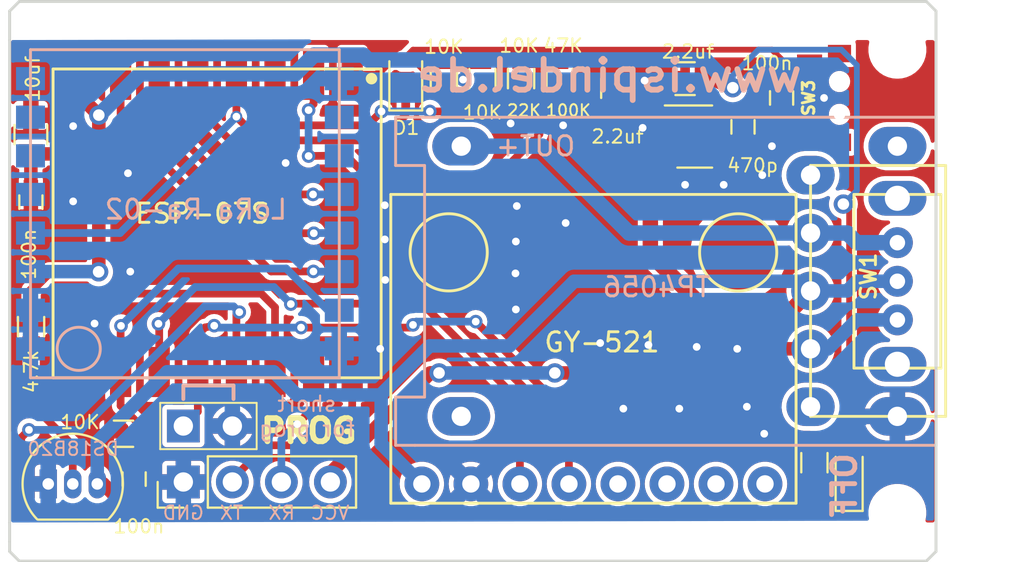
<source format=kicad_pcb>
(kicad_pcb (version 20221018) (generator pcbnew)
  (layers (0 "F.Cu" signal) (31 "B.Cu" signal) (34 "B.Paste" user) (35 "F.Paste" user) (36 "B.SilkS" user "B.Silkscreen") (37 "F.SilkS" user "F.Silkscreen") (38 "B.Mask" user) (39 "F.Mask" user) (44 "Edge.Cuts" user))
  (net 0 "")
  (net 1 "GND")
  (net 2 "Net-(C2-Pad1)")
  (net 3 "+3V3")
  (net 4 "/SDA")
  (net 5 "/SCL")
  (net 6 "VCC")
  (net 7 "Net-(R1-Pad2)")
  (net 8 "/Temp")
  (net 9 "/EN")
  (net 10 "/NSS")
  (net 11 "/RES")
  (net 12 "/MOSI")
  (net 13 "/MISO")
  (net 14 "/SCK")
  (net 15 "Net-(J2-Pad2)")
  (net 16 "Net-(J2-Pad3)")
  (net 17 "/VCC_PROG")
  (net 18 "Net-(SW1-Pad3)")
  (net 19 "Net-(C6-Pad1)")
  (net 20 "Net-(D2-Pad2)")
  (net 21 "/LED")
  (footprint "KiCadCustomLibs:GY-521" (layer "F.Cu") (at 155.75 82)
    (fp_text reference "U2" hide)
    (fp_text value "GY-521" (at 0.44 -0.34) (layer "F.SilkS"))
    (pad "1" thru_hole circle (at -8.89 7) (size 1.8 1.8) (drill 0.9) (layers "*.Cu" "*.Mask") (net 6 "VCC"))
    (pad "2" thru_hole circle (at -6.35 7) (size 1.8 1.8) (drill 0.9) (layers "*.Cu" "*.Mask") (net 1 "GND"))
    (pad "3" thru_hole circle (at -3.81 7) (size 1.8 1.8) (drill 0.9) (layers "*.Cu" "*.Mask") (net 5 "/SCL"))
    (pad "4" thru_hole circle (at -1.27 7) (size 1.8 1.8) (drill 0.9) (layers "*.Cu" "*.Mask") (net 4 "/SDA"))
    (pad "5" thru_hole circle (at 3.81 7) (size 1.8 1.8) (drill 0.9) (layers "*.Cu" "*.Mask"))
    (pad "6" thru_hole circle (at 1.27 7) (size 1.8 1.8) (drill 0.9) (layers "*.Cu" "*.Mask"))
    (pad "7" thru_hole circle (at 6.35 7) (size 1.8 1.8) (drill 0.9) (layers "*.Cu" "*.Mask"))
    (pad "8" thru_hole circle (at 8.89 7) (size 1.8 1.8) (drill 0.9) (layers "*.Cu" "*.Mask"))
  )
  (footprint "Capacitors_SMD:C_0805" (layer "F.Cu") (at 157 68.5 90)
    (fp_text reference "C1" hide)
    (fp_text value "2.2uf" (at -2.5 0 180) (layer "F.SilkS") (effects (font (size 0.7 0.7) (thickness 0.1))))
    (pad "1" smd rect (at -1 0 90) (size 1 1.25) (layers "F.Cu" "F.Paste" "F.Mask") (net 6 "VCC"))
    (pad "2" smd rect (at 1 0 90) (size 1 1.25) (layers "F.Cu" "F.Paste" "F.Mask") (net 1 "GND"))
  )
  (footprint "Capacitors_SMD:C_0603" (layer "F.Cu") (at 163.5 70.5 90)
    (fp_text reference "C2" hide)
    (fp_text value "470p" (at -2 0.5 180) (layer "F.SilkS") (effects (font (size 0.7 0.7) (thickness 0.1))))
    (pad "1" smd rect (at -0.75 0 90) (size 0.8 0.75) (layers "F.Cu" "F.Paste" "F.Mask") (net 2 "Net-(C2-Pad1)"))
    (pad "2" smd rect (at 0.75 0 90) (size 0.8 0.75) (layers "F.Cu" "F.Paste" "F.Mask") (net 1 "GND"))
  )
  (footprint "Capacitors_SMD:C_0805" (layer "F.Cu") (at 160.5 68 180)
    (fp_text reference "C3" hide)
    (fp_text value "2.2uf" (at -0.15 1.4 180) (layer "F.SilkS") (effects (font (size 0.7 0.7) (thickness 0.1))))
    (pad "1" smd rect (at -1 0 180) (size 1 1.25) (layers "F.Cu" "F.Paste" "F.Mask") (net 3 "+3V3"))
    (pad "2" smd rect (at 1 0 180) (size 1 1.25) (layers "F.Cu" "F.Paste" "F.Mask") (net 1 "GND"))
  )
  (footprint "Resistors_SMD:R_0603" (layer "F.Cu") (at 154 68 90)
    (fp_text reference "R1" hide)
    (fp_text value "47K" (at 1.706 0.178 180) (layer "F.SilkS") (effects (font (size 0.7 0.7) (thickness 0.1))))
    (pad "1" smd rect (at -0.75 0 90) (size 0.5 0.9) (layers "F.Cu" "F.Paste" "F.Mask") (net 6 "VCC"))
    (pad "2" smd rect (at 0.75 0 90) (size 0.5 0.9) (layers "F.Cu" "F.Paste" "F.Mask") (net 7 "Net-(R1-Pad2)"))
  )
  (footprint "Resistors_SMD:R_0603" (layer "F.Cu") (at 126.61 80.85 -90)
    (fp_text reference "R2" hide)
    (fp_text value "4.7k" (at 2.33 -0.01 270) (layer "F.SilkS") (effects (font (size 0.7 0.7) (thickness 0.1))))
    (pad "1" smd rect (at -0.75 0 270) (size 0.5 0.9) (layers "F.Cu" "F.Paste" "F.Mask") (net 3 "+3V3"))
    (pad "2" smd rect (at 0.75 0 270) (size 0.5 0.9) (layers "F.Cu" "F.Paste" "F.Mask") (net 8 "/Temp"))
  )
  (footprint "Resistors_SMD:R_0603" (layer "F.Cu") (at 152 68 -90)
    (fp_text reference "R3" hide)
    (fp_text value "10K" (at -1.706 0.108) (layer "F.SilkS") (effects (font (size 0.7 0.7) (thickness 0.1))))
    (pad "1" smd rect (at -0.75 0 270) (size 0.5 0.9) (layers "F.Cu" "F.Paste" "F.Mask") (net 7 "Net-(R1-Pad2)"))
    (pad "2" smd rect (at 0.75 0 270) (size 0.5 0.9) (layers "F.Cu" "F.Paste" "F.Mask") (net 1 "GND"))
  )
  (footprint "TO_SOT_Packages_SMD:SOT-23-5" (layer "F.Cu") (at 161 71)
    (fp_text reference "U1" hide)
    (fp_text value "MIC5219-3.3" hide)
    (pad "1" smd rect (at -1.1 -0.95) (size 1.06 0.65) (layers "F.Cu" "F.Paste" "F.Mask") (net 6 "VCC"))
    (pad "2" smd rect (at -1.1 0) (size 1.06 0.65) (layers "F.Cu" "F.Paste" "F.Mask") (net 1 "GND"))
    (pad "3" smd rect (at -1.1 0.95) (size 1.06 0.65) (layers "F.Cu" "F.Paste" "F.Mask") (net 6 "VCC"))
    (pad "4" smd rect (at 1.1 0.95) (size 1.06 0.65) (layers "F.Cu" "F.Paste" "F.Mask") (net 2 "Net-(C2-Pad1)"))
    (pad "5" smd rect (at 1.1 -0.95) (size 1.06 0.65) (layers "F.Cu" "F.Paste" "F.Mask") (net 3 "+3V3"))
  )
  (footprint "TO_SOT_Packages_THT:TO-92_Inline_Narrow_Oval" (layer "F.Cu") (at 127.5 89)
    (fp_text reference "U4" hide)
    (fp_text value "DS18B20" hide)
    (pad "1" thru_hole rect (at 0 0 180) (size 0.9 1.5) (drill 0.6) (layers "*.Cu" "*.Mask") (net 1 "GND"))
    (pad "2" thru_hole oval (at 1.27 0 180) (size 0.9 1.5) (drill 0.6) (layers "*.Cu" "*.Mask") (net 8 "/Temp"))
    (pad "3" thru_hole oval (at 2.54 0 180) (size 0.9 1.5) (drill 0.6) (layers "*.Cu" "*.Mask") (net 6 "VCC"))
  )
  (footprint "Capacitors_SMD:C_0603" (layer "F.Cu") (at 126.6 74.4 -90)
    (fp_text reference "C4" hide)
    (fp_text value "100n" (at 2.7 0.1 270) (layer "F.SilkS") (effects (font (size 0.7 0.7) (thickness 0.1))))
    (pad "1" smd rect (at -0.75 0 270) (size 0.8 0.75) (layers "F.Cu" "F.Paste" "F.Mask") (net 3 "+3V3"))
    (pad "2" smd rect (at 0.75 0 270) (size 0.8 0.75) (layers "F.Cu" "F.Paste" "F.Mask") (net 1 "GND"))
  )
  (footprint "Capacitors_SMD:C_0805" (layer "F.Cu") (at 126.6 70.9 90)
    (fp_text reference "C5" hide)
    (fp_text value "10uf" (at 2.9 0.1 90) (layer "F.SilkS") (effects (font (size 0.7 0.7) (thickness 0.1))))
    (pad "1" smd rect (at -1 0 90) (size 1 1.25) (layers "F.Cu" "F.Paste" "F.Mask") (net 3 "+3V3"))
    (pad "2" smd rect (at 1 0 90) (size 1 1.25) (layers "F.Cu" "F.Paste" "F.Mask") (net 1 "GND"))
  )
  (footprint "Pin_Headers:Pin_Header_Straight_1x02_Pitch2.54mm" (layer "F.Cu") (at 134.5 86 90)
    (fp_text reference "J1" hide)
    (fp_text value "PROG" (at -0.25 6.5 180) (layer "F.SilkS") (effects (font (size 1.2 1.2) (thickness 0.3))))
    (pad "1" thru_hole rect (at 0 0 90) (size 1.7 1.7) (drill 1) (layers "*.Cu" "*.Mask") (net 4 "/SDA"))
    (pad "2" thru_hole oval (at 0 2.54 90) (size 1.7 1.7) (drill 1) (layers "*.Cu" "*.Mask") (net 1 "GND"))
  )
  (footprint "Resistors_SMD:R_0603" (layer "F.Cu") (at 150 68 90)
    (fp_text reference "R4" hide)
    (fp_text value "10K" (at -1.75 0 180) (layer "F.SilkS") (effects (font (size 0.7 0.7) (thickness 0.1))))
    (pad "1" smd rect (at -0.75 0 90) (size 0.5 0.9) (layers "F.Cu" "F.Paste" "F.Mask") (net 9 "/EN"))
    (pad "2" smd rect (at 0.75 0 90) (size 0.5 0.9) (layers "F.Cu" "F.Paste" "F.Mask") (net 3 "+3V3"))
  )
  (footprint "Resistors_SMD:R_0603" (layer "F.Cu") (at 148 68 -90)
    (fp_text reference "R5" hide)
    (fp_text value "10K" (at -1.65 0) (layer "F.SilkS") (effects (font (size 0.7 0.7) (thickness 0.1))))
    (pad "1" smd rect (at -0.75 0 270) (size 0.5 0.9) (layers "F.Cu" "F.Paste" "F.Mask") (net 3 "+3V3"))
    (pad "2" smd rect (at 0.75 0 270) (size 0.5 0.9) (layers "F.Cu" "F.Paste" "F.Mask") (net 19 "Net-(C6-Pad1)"))
  )
  (footprint "Resistors_SMD:R_0603" (layer "F.Cu") (at 131.4 86.4)
    (fp_text reference "R6" hide)
    (fp_text value "10K" (at -2.25 -0.6) (layer "F.SilkS") (effects (font (size 0.7 0.7) (thickness 0.1))))
    (pad "1" smd rect (at -0.75 0) (size 0.5 0.9) (layers "F.Cu" "F.Paste" "F.Mask") (net 1 "GND"))
    (pad "2" smd rect (at 0.75 0) (size 0.5 0.9) (layers "F.Cu" "F.Paste" "F.Mask") (net 10 "/NSS"))
  )
  (footprint "ESP-07S" (layer "F.Cu") (at 136.25 75.5 -90)
    (fp_text reference "U6" hide)
    (fp_text value "ESP-07S" (at -0.51 0.77) (layer "F.SilkS"))
    (pad "1" smd rect (at -7.7 -7 270) (size 2.6 1.1) (layers "F.Cu" "F.Paste" "F.Mask") (net 19 "Net-(C6-Pad1)"))
    (pad "2" smd rect (at -7.7 -5 270) (size 2.6 1.1) (layers "F.Cu" "F.Paste" "F.Mask") (net 7 "Net-(R1-Pad2)"))
    (pad "3" smd rect (at -7.7 -3 270) (size 2.6 1.1) (layers "F.Cu" "F.Paste" "F.Mask") (net 9 "/EN"))
    (pad "4" smd rect (at -7.7 -1 270) (size 2.6 1.1) (layers "F.Cu" "F.Paste" "F.Mask") (net 11 "/RES"))
    (pad "5" smd rect (at -7.7 1 270) (size 2.6 1.1) (layers "F.Cu" "F.Paste" "F.Mask") (net 14 "/SCK"))
    (pad "6" smd rect (at -7.7 3 270) (size 2.6 1.1) (layers "F.Cu" "F.Paste" "F.Mask") (net 13 "/MISO"))
    (pad "7" smd rect (at -7.7 5 270) (size 2.6 1.1) (layers "F.Cu" "F.Paste" "F.Mask") (net 12 "/MOSI"))
    (pad "8" smd rect (at -7.7 7 270) (size 2.6 1.1) (layers "F.Cu" "F.Paste" "F.Mask") (net 3 "+3V3"))
    (pad "9" smd rect (at 7.7 7 270) (size 2.6 1.1) (layers "F.Cu" "F.Paste" "F.Mask") (net 1 "GND"))
    (pad "10" smd rect (at 7.7 5 270) (size 2.6 1.1) (layers "F.Cu" "F.Paste" "F.Mask") (net 10 "/NSS"))
    (pad "11" smd rect (at 7.7 3 270) (size 2.6 1.1) (layers "F.Cu" "F.Paste" "F.Mask") (net 5 "/SCL"))
    (pad "12" smd rect (at 7.7 1 270) (size 2.6 1.1) (layers "F.Cu" "F.Paste" "F.Mask") (net 4 "/SDA"))
    (pad "13" smd rect (at 7.7 -1 270) (size 2.6 1.1) (layers "F.Cu" "F.Paste" "F.Mask") (net 21 "/LED"))
    (pad "14" smd rect (at 7.7 -3 270) (size 2.6 1.1) (layers "F.Cu" "F.Paste" "F.Mask") (net 8 "/Temp"))
    (pad "15" smd rect (at 7.7 -5 270) (size 2.6 1.1) (layers "F.Cu" "F.Paste" "F.Mask") (net 16 "Net-(J2-Pad3)"))
    (pad "16" smd rect (at 7.7 -7 270) (size 2.6 1.1) (layers "F.Cu" "F.Paste" "F.Mask") (net 15 "Net-(J2-Pad2)"))
  )
  (footprint "Pin_Headers:Pin_Header_Straight_1x04_Pitch2.54mm" (layer "F.Cu") (at 134.5 88.9 90)
    (fp_text reference "J2" hide)
    (fp_text value "PROG_con" hide)
    (pad "1" thru_hole rect (at 0 0 90) (size 1.7 1.7) (drill 1) (layers "*.Cu" "*.Mask") (net 1 "GND"))
    (pad "2" thru_hole oval (at 0 2.54 90) (size 1.7 1.7) (drill 1) (layers "*.Cu" "*.Mask") (net 15 "Net-(J2-Pad2)"))
    (pad "3" thru_hole oval (at 0 5.08 90) (size 1.7 1.7) (drill 1) (layers "*.Cu" "*.Mask") (net 16 "Net-(J2-Pad3)"))
    (pad "4" thru_hole oval (at 0 7.62 90) (size 1.7 1.7) (drill 1) (layers "*.Cu" "*.Mask") (net 17 "/VCC_PROG"))
  )
  (footprint "Diodes_SMD:D_SOD-323" (layer "F.Cu") (at 146.025 68.15 90)
    (fp_text reference "D1" hide)
    (fp_text value "Schottky" hide)
    (fp_text user "${REFERENCE}" (at -2.4 0.025 180) (layer "F.SilkS") (effects (font (size 0.7 0.7) (thickness 0.1))))
    (pad "1" smd rect (at -1.05 0 90) (size 0.6 0.45) (layers "F.Cu" "F.Paste" "F.Mask") (net 11 "/RES"))
    (pad "2" smd rect (at 1.05 0 90) (size 0.6 0.45) (layers "F.Cu" "F.Paste" "F.Mask") (net 19 "Net-(C6-Pad1)"))
  )
  (footprint "KiCadCustomLibs:SK12D07VG3" (layer "F.Cu") (at 171.5 78.5 90)
    (fp_text reference "SW1" (at 0.25 -1.5 90) (layer "F.SilkS") (effects (font (size 0.8 0.8))))
    (fp_text value "SW_SPDT" hide)
    (pad "" thru_hole oval (at -4.3 0 90) (size 1.8 3) (drill 1.3) (layers "*.Cu" "*.Mask"))
    (pad "" thru_hole oval (at 4.3 0 90) (size 1.8 3) (drill 1.3) (layers "*.Cu" "*.Mask"))
    (pad "1" thru_hole circle (at -2 0 90) (size 1.6 1.6) (drill 0.8) (layers "*.Cu" "*.Mask") (net 17 "/VCC_PROG"))
    (pad "2" thru_hole circle (at 0 0 90) (size 1.6 1.6) (drill 0.8) (layers "*.Cu" "*.Mask") (net 6 "VCC"))
    (pad "3" thru_hole circle (at 2 0 90) (size 1.6 1.6) (drill 0.8) (layers "*.Cu" "*.Mask") (net 18 "Net-(SW1-Pad3)"))
  )
  (footprint "Mounting_Holes:MountingHole_3.2mm_M3" (layer "F.Cu") (at 171.5 66.5)
    (fp_text reference "REF**" hide)
    (fp_text value "MountingHole_3.2mm_M3" hide)
    (pad "" np_thru_hole circle (at 0 0) (size 2.5 2.5) (drill 2.5) (layers "*.Cu" "*.Mask"))
  )
  (footprint "Mounting_Holes:MountingHole_3.2mm_M3" (layer "F.Cu") (at 171.5 90.5)
    (fp_text reference "REF**" hide)
    (fp_text value "MountingHole_3.2mm_M3" hide)
    (pad "" np_thru_hole circle (at 0 0) (size 2.5 2.5) (drill 2.5) (layers "*.Cu" "*.Mask"))
  )
  (footprint "Mounting_Holes:MountingHole_3.2mm_M3" (layer "F.Cu") (at 148.27 76.99)
    (fp_text reference "REF**" hide)
    (fp_text value "MountingHole_3.2mm_M3" hide)
    (pad "1" connect circle (at 0 0) (size 4 4) (layers "F.Cu" "F.Mask"))
  )
  (footprint "Mounting_Holes:MountingHole_3.2mm_M3" (layer "F.Cu") (at 163.28 77.01)
    (fp_text reference "REF**" hide)
    (fp_text value "MountingHole_3.2mm_M3" hide)
    (pad "1" connect circle (at 0 0) (size 4 4) (layers "F.Cu" "F.Mask"))
  )
  (footprint "KiCadCustomLibs:SS-12F23" (layer "F.Cu") (at 167 79 -90)
    (fp_text reference "SW2" hide)
    (fp_text value "SW_SPDT")
    (pad "" thru_hole oval (at -6 0 270) (size 2 2.5) (drill 1) (layers "*.Cu" "*.Mask"))
    (pad "" thru_hole oval (at 6 0 270) (size 2 2.5) (drill 1) (layers "*.Cu" "*.Mask"))
    (pad "1" thru_hole circle (at 3 0 270) (size 2 2) (drill 1) (layers "*.Cu" "*.Mask") (net 17 "/VCC_PROG"))
    (pad "2" thru_hole circle (at 0 0 270) (size 2 2) (drill 1) (layers "*.Cu" "*.Mask") (net 6 "VCC"))
    (pad "3" thru_hole circle (at -3 0 270) (size 2 2) (drill 1) (layers "*.Cu" "*.Mask") (net 18 "Net-(SW1-Pad3)"))
  )
  (footprint "Capacitors_SMD:C_0603" (layer "F.Cu") (at 165.5 69 -90)
    (fp_text reference "C6" hide)
    (fp_text value "100n" (at -1.8 0.75 180) (layer "F.SilkS") (effects (font (size 0.7 0.7) (thickness 0.1))))
    (pad "1" smd rect (at -0.75 0 270) (size 0.8 0.75) (layers "F.Cu" "F.Paste" "F.Mask") (net 19 "Net-(C6-Pad1)"))
    (pad "2" smd rect (at 0.75 0 270) (size 0.8 0.75) (layers "F.Cu" "F.Paste" "F.Mask") (net 1 "GND"))
  )
  (footprint "KiCadCustomLibs:Button_TS-018" (layer "F.Cu") (at 168.5 69 -90)
    (fp_text reference "SW3" (at 0 1.6 270) (layer "F.SilkS") (effects (font (size 0.6 0.6))))
    (fp_text value "SW_Push" hide)
    (pad "" smd rect (at -2.3 0 270) (size 0.9 1.2) (layers "F.Cu" "F.Paste" "F.Mask"))
    (pad "" np_thru_hole circle (at -0.85 0 270) (size 0.6 0.6) (drill 0.6) (layers "*.Cu" "*.Mask"))
    (pad "" np_thru_hole circle (at 0.85 0 270) (size 0.6 0.6) (drill 0.6) (layers "*.Cu" "*.Mask"))
    (pad "" smd rect (at 2.3 0 270) (size 0.9 1.2) (layers "F.Cu" "F.Paste" "F.Mask"))
    (pad "1" smd rect (at -1.675 1.55 270) (size 1.15 1.3) (layers "F.Cu" "F.Paste" "F.Mask") (net 19 "Net-(C6-Pad1)"))
    (pad "2" smd rect (at 1.675 1.55 270) (size 1.15 1.3) (layers "F.Cu" "F.Paste" "F.Mask") (net 1 "GND"))
  )
  (footprint "LEDs:LED_0805" (layer "F.Cu") (at 169 88.6 90)
    (fp_text reference "D2" hide)
    (fp_text value "LED" hide)
    (pad "1" smd rect (at -1.1 0 270) (size 1.2 1.2) (layers "F.Cu" "F.Paste" "F.Mask") (net 21 "/LED"))
    (pad "2" smd rect (at 1.1 0 270) (size 1.2 1.2) (layers "F.Cu" "F.Paste" "F.Mask") (net 20 "Net-(D2-Pad2)"))
  )
  (footprint "Resistors_SMD:R_0603" (layer "F.Cu") (at 167.2 87.9 -90)
    (fp_text reference "R7" hide)
    (fp_text value "4.7k" hide)
    (pad "1" smd rect (at -0.75 0 270) (size 0.5 0.9) (layers "F.Cu" "F.Paste" "F.Mask") (net 3 "+3V3"))
    (pad "2" smd rect (at 0.75 0 270) (size 0.5 0.9) (layers "F.Cu" "F.Paste" "F.Mask") (net 20 "Net-(D2-Pad2)"))
  )
  (footprint "Capacitors_SMD:C_0603" (layer "F.Cu") (at 131.95 88.75 90)
    (fp_text reference "C7" hide)
    (fp_text value "100n" (at -2.45 0.25 180) (layer "F.SilkS") (effects (font (size 0.7 0.7) (thickness 0.1))))
    (pad "1" smd rect (at -0.75 0 90) (size 0.8 0.75) (layers "F.Cu" "F.Paste" "F.Mask") (net 6 "VCC"))
    (pad "2" smd rect (at 0.75 0 90) (size 0.8 0.75) (layers "F.Cu" "F.Paste" "F.Mask") (net 1 "GND"))
  )
  (footprint "TP4056-shield-6PIN" (layer "B.Cu") (at 160 78.5 180)
    (fp_text reference "U3" hide)
    (fp_text value "TP4056-shield-6PIN" hide)
    (pad "1" thru_hole oval (at -11.5 7 180) (size 3 2) (drill 1) (layers "*.Cu" "*.Mask"))
    (pad "2" thru_hole oval (at -11.5 -7 180) (size 3 2) (drill 1) (layers "*.Cu" "*.Mask") (net 1 "GND"))
    (pad "3" thru_hole oval (at 11.1 7 180) (size 3 2) (drill 1) (layers "*.Cu" "*.Mask") (net 18 "Net-(SW1-Pad3)"))
    (pad "4" thru_hole oval (at 11.1 -7 180) (size 3 2) (drill 1) (layers "*.Cu" "B.Mask"))
  )
  (footprint "KiCadCustomLibs:LoRa_Ra-02" (layer "B.Cu") (at 134.58 75)
    (fp_text reference "U5" hide)
    (fp_text value "LoRa_Ra-02")
    (pad "1" smd rect (at -8 7) (size 1.5 1.2) (layers "B.Cu" "B.Paste" "B.Mask") (net 1 "GND"))
    (pad "2" smd rect (at -8 5) (size 1.5 1.2) (layers "B.Cu" "B.Paste" "B.Mask") (net 1 "GND"))
    (pad "3" smd rect (at -8 3) (size 1.5 1.2) (layers "B.Cu" "B.Paste" "B.Mask") (net 3 "+3V3"))
    (pad "4" smd rect (at -8 1) (size 1.5 1.2) (layers "B.Cu" "B.Paste" "B.Mask") (net 11 "/RES"))
    (pad "5" smd rect (at -8 -1) (size 1.5 1.2) (layers "B.Cu" "B.Paste" "B.Mask"))
    (pad "6" smd rect (at -8 -3) (size 1.5 1.2) (layers "B.Cu" "B.Paste" "B.Mask"))
    (pad "7" smd rect (at -8 -5) (size 1.5 1.2) (layers "B.Cu" "B.Paste" "B.Mask"))
    (pad "8" smd rect (at -8 -7) (size 1.5 1.2) (layers "B.Cu" "B.Paste" "B.Mask"))
    (pad "9" smd rect (at 8 -7) (size 1.5 1.2) (layers "B.Cu" "B.Paste" "B.Mask") (net 1 "GND"))
    (pad "10" smd rect (at 8 -5) (size 1.5 1.2) (layers "B.Cu" "B.Paste" "B.Mask"))
    (pad "11" smd rect (at 8 -3) (size 1.5 1.2) (layers "B.Cu" "B.Paste" "B.Mask"))
    (pad "12" smd rect (at 8 -1) (size 1.5 1.2) (layers "B.Cu" "B.Paste" "B.Mask") (net 14 "/SCK"))
    (pad "13" smd rect (at 8 1) (size 1.5 1.2) (layers "B.Cu" "B.Paste" "B.Mask") (net 13 "/MISO"))
    (pad "14" smd rect (at 8 3) (size 1.5 1.2) (layers "B.Cu" "B.Paste" "B.Mask") (net 12 "/MOSI"))
    (pad "15" smd rect (at 8 5) (size 1.5 1.2) (layers "B.Cu" "B.Paste" "B.Mask") (net 10 "/NSS"))
    (pad "16" smd rect (at 8 7) (size 1.5 1.2) (layers "B.Cu" "B.Paste" "B.Mask") (net 1 "GND"))
  )
  (gr_line (start 134.5 84.6) (end 134.5 83.9) (stroke (width 0.2)) (layer "B.SilkS"))
  (gr_line (start 137.1 83.9) (end 137.1 84.6) (stroke (width 0.2)) (layer "B.SilkS"))
  (gr_line (start 134.5 83.9) (end 137.1 83.9) (stroke (width 0.2)) (layer "B.SilkS"))
  (gr_line (start 173.5 66) (end 173.5 91) (stroke (width 0.15)) (layer "Edge.Cuts"))
  (gr_line (start 173.5 92.5) (end 173.5 91) (stroke (width 0.15)) (layer "Edge.Cuts"))
  (gr_line (start 125.5 91) (end 125.5 92) (stroke (width 0.15)) (layer "Edge.Cuts"))
  (gr_line (start 125.5 92.5) (end 126 93) (stroke (width 0.15)) (layer "Edge.Cuts"))
  (gr_line (start 125.5 66) (end 125.5 91) (stroke (width 0.15)) (layer "Edge.Cuts"))
  (gr_line (start 173 93) (end 173.5 92.5) (stroke (width 0.15)) (layer "Edge.Cuts"))
  (gr_line (start 125.5 64.5) (end 126 64) (stroke (width 0.15)) (layer "Edge.Cuts"))
  (gr_line (start 126 93) (end 173 93) (stroke (width 0.15)) (layer "Edge.Cuts"))
  (gr_line (start 126 64) (end 173 64) (stroke (width 0.15)) (layer "Edge.Cuts"))
  (gr_line (start 125.5 92) (end 125.5 92.5) (stroke (width 0.15)) (layer "Edge.Cuts"))
  (gr_line (start 173.5 64.5) (end 173.5 66) (stroke (width 0.15)) (layer "Edge.Cuts"))
  (gr_line (start 173 64) (end 173.5 64.5) (stroke (width 0.15)) (layer "Edge.Cuts"))
  (gr_line (start 125.5 66) (end 125.5 64.5) (stroke (width 0.15)) (layer "Edge.Cuts"))
  (gr_text "RX" (at 139.6 90.5) (layer "B.SilkS") (effects (font (size 0.7 0.7) (thickness 0.1)) (justify mirror)))
  (gr_text "TX" (at 137 90.5) (layer "B.SilkS") (effects (font (size 0.7 0.7) (thickness 0.1)) (justify mirror)))
  (gr_text "DS18B20" (at 128.79 87.18) (layer "B.SilkS") (effects (font (size 0.7 0.7) (thickness 0.1)) (justify mirror)))
  (gr_text "OUT+" (at 152.75 71.5) (layer "B.SilkS") (effects (font (size 1 1)) (justify mirror)))
  (gr_text "LoRa Ra-02" (at 135.15 74.78) (layer "B.SilkS") (effects (font (size 1 1)) (justify mirror)))
  (gr_text "www.ispindel.de" (at 156.57 67.85) (layer "B.SilkS") (effects (font (size 1.6 1.7) (thickness 0.3)) (justify mirror)))
  (gr_text "short\nfor prog" (at 140.9 85.5) (layer "B.SilkS") (effects (font (size 0.8 0.8) (thickness 0.11)) (justify mirror)))
  (gr_text "GND" (at 134.5 90.5) (layer "B.SilkS") (effects (font (size 0.7 0.7) (thickness 0.1)) (justify mirror)))
  (gr_text "TP4056" (at 159.025 78.8) (layer "B.SilkS") (effects (font (size 1 1)) (justify mirror)))
  (gr_text "OFF" (at 168.75 89.1 90) (layer "B.SilkS") (effects (font (size 1.2 1.2) (thickness 0.25)) (justify mirror)))
  (gr_text "VCC" (at 142.1 90.5) (layer "B.SilkS") (effects (font (size 0.7 0.7) (thickness 0.1)) (justify mirror)))
  (gr_text "100K" (at 154.45 69.65) (layer "F.SilkS") (effects (font (size 0.6 0.6) (thickness 0.1))))
  (gr_text "22K" (at 152.15 69.65) (layer "F.SilkS") (effects (font (size 0.6 0.6) (thickness 0.1))))
  (segment (start 128.23 69.9) (end 128.79 70.46) (width 0.4) (layer "F.Cu") (net 1))
  (segment (start 128.79 74.36) (end 128 75.15) (width 0.4) (layer "F.Cu") (net 1))
  (segment (start 128 75.15) (end 126.6 75.15) (width 0.4) (layer "F.Cu") (net 1))
  (segment (start 151.46 70.32) (end 152 69.56) (width 0.4) (layer "F.Cu") (net 1))
  (segment (start 152 69.56) (end 152 68.75) (width 0.4) (layer "F.Cu") (net 1))
  (segment (start 129.25 81.34) (end 129.9 80.69) (width 0.5) (layer "F.Cu") (net 1))
  (segment (start 144.96 78.43) (end 144.94 78.41) (width 0.5) (layer "F.Cu") (net 1))
  (segment (start 144.94 78.41) (end 144.94 76.33) (width 0.5) (layer "F.Cu") (net 1))
  (segment (start 131.75 78) (end 131.72 78.03) (width 0.5) (layer "F.Cu") (net 1))
  (segment (start 131.72 78.03) (end 131.72 78.06) (width 0.5) (layer "F.Cu") (net 1))
  (segment (start 143.77 74.56) (end 142.22 73.01) (width 0.5) (layer "F.Cu") (net 1))
  (segment (start 142.22 73.01) (end 140.44 73.01) (width 0.5) (layer "F.Cu") (net 1))
  (segment (start 140.44 73.01) (end 139.8 72.37) (width 0.5) (layer "F.Cu") (net 1))
  (segment (start 158.35 70.5) (end 158.3 70.55) (width 0.5) (layer "F.Cu") (net 1))
  (segment (start 151.78 74.6) (end 151.73 74.65) (width 0.4) (layer "F.Cu") (net 1))
  (segment (start 151.73 74.65) (end 151.73 76.44) (width 0.4) (layer "F.Cu") (net 1))
  (segment (start 151.71 78.09) (end 151.73 78.11) (width 0.4) (layer "F.Cu") (net 1))
  (segment (start 151.73 79.96) (end 151.73 78.11) (width 0.4) (layer "F.Cu") (net 1))
  (segment (start 154.18 75.35) (end 154.31 75.48) (width 0.4) (layer "F.Cu") (net 1))
  (segment (start 160.2 85.1) (end 157.3 85.1) (width 0.8) (layer "F.Cu") (net 1))
  (segment (start 156.1 81.7) (end 156.2 81.8) (width 0.8) (layer "F.Cu") (net 1))
  (segment (start 156.2 81.8) (end 158.6 81.8) (width 0.8) (layer "F.Cu") (net 1))
  (segment (start 161.1 81.9) (end 161.2 82) (width 0.8) (layer "F.Cu") (net 1))
  (segment (start 163.2 82) (end 161.2 82) (width 0.8) (layer "F.Cu") (net 1))
  (segment (start 164.25 69.75) (end 164.5 70) (width 0.4) (layer "F.Cu") (net 1))
  (segment (start 164.5 70) (end 164.5 71) (width 0.4) (layer "F.Cu") (net 1))
  (segment (start 164.5 71) (end 165 71.5) (width 0.4) (layer "F.Cu") (net 1))
  (segment (start 164.5 73) (end 164 73.5) (width 0.4) (layer "F.Cu") (net 1))
  (segment (start 164 73.5) (end 162.5 73.5) (width 0.4) (layer "F.Cu") (net 1))
  (segment (start 158.35 70.55) (end 158.8 71) (width 0.3) (layer "F.Cu") (net 1))
  (segment (start 158.8 71) (end 159.9 71) (width 0.3) (layer "F.Cu") (net 1))
  (segment (start 158.5 68) (end 158.4 68.1) (width 0.3) (layer "F.Cu") (net 1))
  (segment (start 164.6 86.4) (end 163.7 85.5) (width 0.3) (layer "F.Cu") (net 1))
  (segment (start 163.7 85.5) (end 163.7 85) (width 0.3) (layer "F.Cu") (net 1))
  (segment (start 166.95 69.75) (end 167.7 69) (width 0.3) (layer "F.Cu") (net 1))
  (segment (start 126.6 69.9) (end 128.23 69.9) (width 0.4) (layer "F.Cu") (net 1))
  (segment (start 163.7 85) (end 164 85) (width 0.3) (layer "F.Cu") (net 1))
  (segment (start 166.95 70.675) (end 166.95 69.75) (width 0.3) (layer "F.Cu") (net 1))
  (segment (start 159.5 68) (end 158.5 68) (width 0.3) (layer "F.Cu") (net 1))
  (segment (start 144.94 74.56) (end 143.77 74.56) (width 0.5) (layer "F.Cu") (net 1))
  (segment (start 163.5 69.75) (end 164.25 69.75) (width 0.4) (layer "F.Cu") (net 1))
  (segment (start 154.18 70.42) (end 154.18 75.35) (width 0.4) (layer "F.Cu") (net 1))
  (segment (start 129.25 83.2) (end 129.25 81.34) (width 0.5) (layer "F.Cu") (net 1))
  (segment (start 158.3 70.55) (end 158.35 70.55) (width 0.3) (layer "F.Cu") (net 1))
  (via (at 144.94 74.56) (size 0.7) (drill 0.4) (layers "F.Cu" "B.Cu") (net 1))
  (via (at 161.1 81.9) (size 0.7) (drill 0.4) (layers "F.Cu" "B.Cu") (net 1))
  (via (at 163.2 82) (size 0.7) (drill 0.4) (layers "F.Cu" "B.Cu") (net 1))
  (via (at 144.96 78.43) (size 0.7) (drill 0.4) (layers "F.Cu" "B.Cu") (net 1))
  (via (at 158.4 68.1) (size 0.7) (drill 0.4) (layers "F.Cu" "B.Cu") (net 1))
  (via (at 131.63 72.9) (size 0.7) (drill 0.4) (layers "F.Cu" "B.Cu") (net 1))
  (via (at 160.5 73.5) (size 0.7) (drill 0.4) (layers "F.Cu" "B.Cu") (net 1))
  (via (at 154.31 75.48) (size 0.7) (drill 0.4) (layers "F.Cu" "B.Cu") (net 1))
  (via (at 164.6 86.4) (size 0.7) (drill 0.4) (layers "F.Cu" "B.Cu") (net 1))
  (via (at 157.3 85.1) (size 0.7) (drill 0.4) (layers "F.Cu" "B.Cu") (net 1))
  (via (at 151.78 74.6) (size 0.7) (drill 0.4) (layers "F.Cu" "B.Cu") (net 1))
  (via (at 151.73 76.44) (size 0.7) (drill 0.4) (layers "F.Cu" "B.Cu") (net 1))
  (via (at 154.18 70.42) (size 0.7) (drill 0.4) (layers "F.Cu" "B.Cu") (net 1))
  (via (at 151.73 79.96) (size 0.7) (drill 0.4) (layers "F.Cu" "B.Cu") (net 1))
  (via (at 128.79 70.46) (size 0.7) (drill 0.4) (layers "F.Cu" "B.Cu") (net 1))
  (via (at 163.7 85) (size 0.7) (drill 0.4) (layers "F.Cu" "B.Cu") (net 1))
  (via (at 129.9 80.69) (size 0.7) (drill 0.4) (layers "F.Cu" "B.Cu") (net 1))
  (via (at 158.6 81.8) (size 0.7) (drill 0.4) (layers "F.Cu" "B.Cu") (net 1))
  (via (at 164.5 73) (size 0.7) (drill 0.4) (layers "F.Cu" "B.Cu") (net 1))
  (via (at 139.8 72.37) (size 0.7) (drill 0.4) (layers "F.Cu" "B.Cu") (net 1))
  (via (at 151.71 78.09) (size 0.7) (drill 0.4) (layers "F.Cu" "B.Cu") (net 1))
  (via (at 162.5 73.5) (size 0.7) (drill 0.4) (layers "F.Cu" "B.Cu") (net 1))
  (via (at 160.2 85.1) (size 0.7) (drill 0.4) (layers "F.Cu" "B.Cu") (net 1))
  (via (at 144.7 82) (size 0.7) (drill 0.4) (layers "F.Cu" "B.Cu") (net 1))
  (via (at 165 71.5) (size 0.7) (drill 0.4) (layers "F.Cu" "B.Cu") (net 1))
  (via (at 158.3 70.55) (size 0.7) (drill 0.4) (layers "F.Cu" "B.Cu") (net 1))
  (via (at 156.1 81.7) (size 0.7) (drill 0.4) (layers "F.Cu" "B.Cu") (net 1))
  (via (at 131.75 78) (size 0.7) (drill 0.4) (layers "F.Cu" "B.Cu") (net 1))
  (via (at 144.94 76.33) (size 0.7) (drill 0.4) (layers "F.Cu" "B.Cu") (net 1))
  (via (at 128.79 74.36) (size 0.7) (drill 0.4) (layers "F.Cu" "B.Cu") (net 1))
  (via (at 167.7 69) (size 0.7) (drill 0.4) (layers "F.Cu" "B.Cu") (net 1))
  (via (at 151.46 70.32) (size 0.7) (drill 0.4) (layers "F.Cu" "B.Cu") (net 1))
  (segment (start 128.79 70.46) (end 128.79 74.36) (width 0.4) (layer "B.Cu") (net 1))
  (segment (start 154.18 70.42) (end 154.12 70.36) (width 0.4) (layer "B.Cu") (net 1))
  (segment (start 154.12 70.36) (end 151.46 70.32) (width 0.4) (layer "B.Cu") (net 1))
  (segment (start 144.57 82) (end 144.7 82) (width 0.5) (layer "B.Cu") (net 1))
  (segment (start 144.7 78.69) (end 144.96 78.43) (width 0.5) (layer "B.Cu") (net 1))
  (segment (start 144.94 76.33) (end 144.94 74.56) (width 0.5) (layer "B.Cu") (net 1))
  (segment (start 129.9 79.85) (end 131.75 78) (width 0.5) (layer "B.Cu") (net 1))
  (segment (start 128.84 70.46) (end 131.28 72.9) (width 0.5) (layer "B.Cu") (net 1))
  (segment (start 131.28 72.9) (end 131.63 72.9) (width 0.5) (layer "B.Cu") (net 1))
  (segment (start 152.66 75.48) (end 151.78 74.6) (width 0.4) (layer "B.Cu") (net 1))
  (segment (start 151.73 76.44) (end 151.71 76.46) (width 0.4) (layer "B.Cu") (net 1))
  (segment (start 151.71 76.46) (end 151.71 78.09) (width 0.4) (layer "B.Cu") (net 1))
  (segment (start 163.7 85) (end 163.6 85.1) (width 0.8) (layer "B.Cu") (net 1))
  (segment (start 163.6 85.1) (end 160.2 85.1) (width 0.8) (layer "B.Cu") (net 1))
  (segment (start 157.3 82.9) (end 156.1 81.7) (width 0.8) (layer "B.Cu") (net 1))
  (segment (start 158.6 81.8) (end 158.7 81.9) (width 0.8) (layer "B.Cu") (net 1))
  (segment (start 158.7 81.9) (end 161.1 81.9) (width 0.8) (layer "B.Cu") (net 1))
  (segment (start 165 71.5) (end 164.5 72) (width 0.4) (layer "B.Cu") (net 1))
  (segment (start 164.5 72) (end 164.5 73) (width 0.4) (layer "B.Cu") (net 1))
  (segment (start 162.5 73.5) (end 160.5 73.5) (width 0.4) (layer "B.Cu") (net 1))
  (segment (start 170.1 85.5) (end 169.1 86.5) (width 0.3) (layer "B.Cu") (net 1))
  (segment (start 169.1 86.5) (end 164.7 86.5) (width 0.3) (layer "B.Cu") (net 1))
  (segment (start 164.7 86.5) (end 164.6 86.4) (width 0.3) (layer "B.Cu") (net 1))
  (segment (start 143 82) (end 144.57 82) (width 0.5) (layer "B.Cu") (net 1))
  (segment (start 171.5 85.5) (end 170.1 85.5) (width 0.3) (layer "B.Cu") (net 1))
  (segment (start 144.7 82) (end 144.7 78.69) (width 0.5) (layer "B.Cu") (net 1))
  (segment (start 128.79 70.46) (end 128.84 70.46) (width 0.5) (layer "B.Cu") (net 1))
  (segment (start 154.31 75.48) (end 152.66 75.48) (width 0.4) (layer "B.Cu") (net 1))
  (segment (start 157.3 85.1) (end 157.3 82.9) (width 0.8) (layer "B.Cu") (net 1))
  (segment (start 129.9 80.69) (end 129.9 79.85) (width 0.5) (layer "B.Cu") (net 1))
  (segment (start 162.41 71.45) (end 162.61 71.25) (width 0.6) (layer "F.Cu") (net 2))
  (segment (start 162.61 71.25) (end 163.5 71.25) (width 0.6) (layer "F.Cu") (net 2))
  (segment (start 162.1 71.95) (end 162.41 71.45) (width 0.6) (layer "F.Cu") (net 2))
  (segment (start 129.42 71.9) (end 130.12 71.2) (width 0.7) (layer "F.Cu") (net 3))
  (segment (start 130.12 71.2) (end 130.12 69.89) (width 0.7) (layer "F.Cu") (net 3))
  (segment (start 129.25 69.02) (end 129.25 67.8) (width 0.7) (layer "F.Cu") (net 3))
  (segment (start 130.12 78.03) (end 130.12 71.2) (width 0.7) (layer "F.Cu") (net 3))
  (segment (start 130.11 78.01) (end 130.12 78.01) (width 0.7) (layer "F.Cu") (net 3))
  (segment (start 130.12 78.01) (end 130.12 78.03) (width 0.7) (layer "F.Cu") (net 3))
  (segment (start 130.105 69.875) (end 129.25 69.02) (width 0.7) (layer "F.Cu") (net 3))
  (segment (start 162 68) (end 161.5 68) (width 0.7) (layer "F.Cu") (net 3))
  (segment (start 161.6 68.1) (end 161.5 68) (width 0.7) (layer "F.Cu") (net 3))
  (segment (start 149.07 67.25) (end 150 67.25) (width 0.5) (layer "F.Cu") (net 3))
  (segment (start 127.58 78.01) (end 126.61 78.98) (width 0.5) (layer "F.Cu") (net 3))
  (segment (start 126.61 78.98) (end 126.61 80.1) (width 0.5) (layer "F.Cu") (net 3))
  (segment (start 162.97 68.47) (end 162 68) (width 0.8) (layer "F.Cu") (net 3))
  (segment (start 162 68) (end 161.5 68) (width 0.8) (layer "F.Cu") (net 3))
  (segment (start 149.05 67.25) (end 149.07 67.25) (width 0.5) (layer "F.Cu") (net 3))
  (segment (start 149.05 67.99) (end 148.99 68.05) (width 0.3) (layer "F.Cu") (net 3))
  (segment (start 162.1 69.6) (end 161.5 69) (width 0.7) (layer "F.Cu") (net 3))
  (segment (start 161.5 69) (end 161.5 68) (width 0.7) (layer "F.Cu") (net 3))
  (segment (start 168.7 74.5) (end 169 74.8) (width 0.3) (layer "F.Cu") (net 3))
  (segment (start 169 74.8) (end 169 85.6) (width 0.3) (layer "F.Cu") (net 3))
  (segment (start 169 85.6) (end 168 86.6) (width 0.3) (layer "F.Cu") (net 3))
  (segment (start 168 86.6) (end 167.425 86.6) (width 0.3) (layer "F.Cu") (net 3))
  (segment (start 167.425 86.6) (end 167.2 86.825) (width 0.3) (layer "F.Cu") (net 3))
  (segment (start 167.2 86.825) (end 167.2 87.15) (width 0.3) (layer "F.Cu") (net 3))
  (segment (start 130.11 78.01) (end 127.58 78.01) (width 0.5) (layer "F.Cu") (net 3))
  (segment (start 149.05 67.25) (end 149.05 67.99) (width 0.3) (layer "F.Cu") (net 3))
  (segment (start 126.6 71.9) (end 129.42 71.9) (width 0.7) (layer "F.Cu") (net 3))
  (segment (start 130.105 69.875) (end 130.12 69.89) (width 0.7) (layer "F.Cu") (net 3))
  (segment (start 148 67.25) (end 149.05 67.25) (width 0.5) (layer "F.Cu") (net 3))
  (segment (start 162.1 70.05) (end 162.1 69.6) (width 0.7) (layer "F.Cu") (net 3))
  (segment (start 126.6 71.9) (end 126.6 73.65) (width 0.7) (layer "F.Cu") (net 3))
  (via (at 168.7 74.5) (size 1) (drill 0.6) (layers "F.Cu" "B.Cu") (net 3))
  (via (at 130.11 78.01) (size 1) (drill 0.6) (layers "F.Cu" "B.Cu") (net 3))
  (via (at 130.12 69.89) (size 1) (drill 0.6) (layers "F.Cu" "B.Cu") (net 3))
  (via (at 162.97 68.47) (size 1) (drill 0.6) (layers "F.Cu" "B.Cu") (net 3))
  (via (at 148.99 68.05) (size 0.7) (drill 0.4) (layers "F.Cu" "B.Cu") (net 3))
  (segment (start 129.71 78) (end 130.11 78.01) (width 0.7) (layer "B.Cu") (net 3))
  (segment (start 130.13 69.89) (end 132.27 67.75) (width 0.8) (layer "B.Cu") (net 3))
  (segment (start 132.27 67.75) (end 140.3 67.75) (width 0.8) (layer "B.Cu") (net 3))
  (segment (start 140.3 67.75) (end 141.27 66.78) (width 0.8) (layer "B.Cu") (net 3))
  (segment (start 141.27 66.78) (end 143.83 66.78) (width 0.8) (layer "B.Cu") (net 3))
  (segment (start 143.83 66.78) (end 144.08 67.03) (width 0.8) (layer "B.Cu") (net 3))
  (segment (start 161.53 67.03) (end 162.97 68.47) (width 0.8) (layer "B.Cu") (net 3))
  (segment (start 148.99 68.05) (end 149 68.04) (width 0.3) (layer "B.Cu") (net 3))
  (segment (start 149 68.04) (end 149 67.03) (width 0.3) (layer "B.Cu") (net 3))
  (segment (start 149 67.03) (end 161.53 67.03) (width 0.8) (layer "B.Cu") (net 3))
  (segment (start 162.97 67.83) (end 164.3 66.5) (width 0.3) (layer "B.Cu") (net 3))
  (segment (start 164.3 66.5) (end 168.6 66.5) (width 0.3) (layer "B.Cu") (net 3))
  (segment (start 168.6 66.5) (end 169.4 67.3) (width 0.3) (layer "B.Cu") (net 3))
  (segment (start 169.4 67.3) (end 169.4 73.8) (width 0.3) (layer "B.Cu") (net 3))
  (segment (start 169.4 73.8) (end 168.7 74.5) (width 0.3) (layer "B.Cu") (net 3))
  (segment (start 130.12 69.89) (end 130.13 69.89) (width 0.8) (layer "B.Cu") (net 3))
  (segment (start 162.97 68.47) (end 162.97 67.83) (width 0.3) (layer "B.Cu") (net 3))
  (segment (start 144.08 67.03) (end 149 67.03) (width 0.8) (layer "B.Cu") (net 3))
  (segment (start 127 78) (end 129.71 78) (width 0.7) (layer "B.Cu") (net 3))
  (segment (start 135.25 85.25) (end 134.5 86) (width 0.4) (layer "F.Cu") (net 4))
  (segment (start 135.25 81.27) (end 135.63 80.89) (width 0.4) (layer "F.Cu") (net 4))
  (segment (start 135.63 80.89) (end 136.1 80.8) (width 0.4) (layer "F.Cu") (net 4))
  (segment (start 149.65 80.59) (end 154.48 85.42) (width 0.4) (layer "F.Cu") (net 4))
  (segment (start 154.48 89) (end 154.48 85.42) (width 0.4) (layer "F.Cu") (net 4))
  (segment (start 146.26 80.9) (end 146.4 80.76) (width 0.4) (layer "F.Cu") (net 4))
  (segment (start 135.25 83.2) (end 135.25 85.25) (width 0.4) (layer "F.Cu") (net 4))
  (segment (start 140.6 80.9) (end 146.26 80.9) (width 0.4) (layer "F.Cu") (net 4))
  (segment (start 135.25 81.27) (end 135.25 83.2) (width 0.4) (layer "F.Cu") (net 4))
  (via (at 140.6 80.9) (size 0.7) (drill 0.4) (layers "F.Cu" "B.Cu") (net 4))
  (via (at 149.65 80.59) (size 0.7) (drill 0.4) (layers "F.Cu" "B.Cu") (net 4))
  (via (at 136.1 80.8) (size 0.7) (drill 0.4) (layers "F.Cu" "B.Cu") (net 4))
  (via (at 146.4 80.76) (size 0.7) (drill 0.4) (layers "F.Cu" "B.Cu") (net 4))
  (segment (start 154.48 88.66) (end 154.48 89) (width 0.4) (layer "B.Cu") (net 4))
  (segment (start 136.1 80.8) (end 136.2 80.9) (width 0.4) (layer "B.Cu") (net 4))
  (segment (start 136.2 80.9) (end 140.6 80.9) (width 0.4) (layer "B.Cu") (net 4))
  (segment (start 146.4 80.76) (end 146.57 80.59) (width 0.4) (layer "B.Cu") (net 4))
  (segment (start 146.57 80.59) (end 149.65 80.59) (width 0.4) (layer "B.Cu") (net 4))
  (segment (start 133.25 80.74) (end 133.21 80.7) (width 0.4) (layer "F.Cu") (net 5))
  (segment (start 140.07 79.68) (end 140.09 79.66) (width 0.4) (layer "F.Cu") (net 5))
  (segment (start 140.09 79.66) (end 146.87 79.66) (width 0.4) (layer "F.Cu") (net 5))
  (segment (start 146.87 79.66) (end 151.94 84.73) (width 0.4) (layer "F.Cu") (net 5))
  (segment (start 151.94 89) (end 151.94 84.73) (width 0.4) (layer "F.Cu") (net 5))
  (segment (start 133.25 80.74) (end 133.25 83.2) (width 0.4) (layer "F.Cu") (net 5))
  (via (at 140.07 79.68) (size 0.7) (drill 0.4) (layers "F.Cu" "B.Cu") (net 5))
  (via (at 133.21 80.7) (size 0.7) (drill 0.4) (layers "F.Cu" "B.Cu") (net 5))
  (segment (start 140.07 79.67) (end 139.2 78.8) (width 0.4) (layer "B.Cu") (net 5))
  (segment (start 139.2 78.8) (end 135.11 78.8) (width 0.4) (layer "B.Cu") (net 5))
  (segment (start 135.11 78.8) (end 133.21 80.7) (width 0.4) (layer "B.Cu") (net 5))
  (segment (start 140.07 79.68) (end 140.07 79.67) (width 0.4) (layer "B.Cu") (net 5))
  (segment (start 157.05 69.55) (end 157 69.5) (width 0.5) (layer "F.Cu") (net 6))
  (segment (start 154.88 68.75) (end 155.63 69.5) (width 0.5) (layer "F.Cu") (net 6))
  (segment (start 155.63 69.5) (end 157 69.5) (width 0.5) (layer "F.Cu") (net 6))
  (segment (start 130.11 88.93) (end 130.04 89) (width 0.8) (layer "F.Cu") (net 6))
  (segment (start 158.7 74.4) (end 157 72.7) (width 0.8) (layer "F.Cu") (net 6))
  (segment (start 157 69.5) (end 157 72.7) (width 0.8) (layer "F.Cu") (net 6))
  (segment (start 158.7 77.1) (end 161.6 80) (width 0.8) (layer "F.Cu") (net 6))
  (segment (start 161.6 80) (end 166 80) (width 0.8) (layer "F.Cu") (net 6))
  (segment (start 166 80) (end 167 79) (width 0.8) (layer "F.Cu") (net 6))
  (segment (start 159.35 69.5) (end 159.9 70.05) (width 0.7) (layer "F.Cu") (net 6))
  (segment (start 160.55 70.05) (end 161 70.5) (width 0.3) (layer "F.Cu") (net 6))
  (segment (start 161 70.5) (end 161 71.5) (width 0.3) (layer "F.Cu") (net 6))
  (segment (start 161 71.5) (end 160.55 71.95) (width 0.3) (layer "F.Cu") (net 6))
  (segment (start 160.55 71.95) (end 159.9 71.95) (width 0.3) (layer "F.Cu") (net 6))
  (segment (start 130.35 89) (end 130.85 89.5) (width 0.7) (layer "F.Cu") (net 6))
  (segment (start 130.85 89.5) (end 131.95 89.5) (width 0.7) (layer "F.Cu") (net 6))
  (segment (start 130.04 89) (end 130.35 89) (width 0.7) (layer "F.Cu") (net 6))
  (segment (start 158.7 74.4) (end 158.7 77.1) (width 0.8) (layer "F.Cu") (net 6))
  (segment (start 157 69.5) (end 159.35 69.5) (width 0.7) (layer "F.Cu") (net 6))
  (segment (start 159.9 70.05) (end 160.55 70.05) (width 0.3) (layer "F.Cu") (net 6))
  (segment (start 154 68.75) (end 154.88 68.75) (width 0.5) (layer "F.Cu") (net 6))
  (segment (start 146.83 89) (end 144.75 86.92) (width 0.7) (layer "B.Cu") (net 6))
  (segment (start 144.75 86.92) (end 144.75 84.39) (width 0.7) (layer "B.Cu") (net 6))
  (segment (start 144.75 84.36) (end 147.26 81.85) (width 0.7) (layer "B.Cu") (net 6))
  (segment (start 144.75 84.36) (end 144.75 84.39) (width 0.7) (layer "B.Cu") (net 6))
  (segment (start 140.38 84.39) (end 139.18 83.19) (width 0.7) (layer "B.Cu") (net 6))
  (segment (start 139.18 83.19) (end 133.66 83.19) (width 0.7) (layer "B.Cu") (net 6))
  (segment (start 133.66 83.19) (end 130.04 86.81) (width 0.7) (layer "B.Cu") (net 6))
  (segment (start 130.04 86.81) (end 130.04 89) (width 0.7) (layer "B.Cu") (net 6))
  (segment (start 151.4 81.85) (end 154.75 78.5) (width 0.7) (layer "B.Cu") (net 6))
  (segment (start 166.5 78.5) (end 167 79) (width 0.7) (layer "B.Cu") (net 6))
  (segment (start 168.9 79) (end 169.4 78.5) (width 0.7) (layer "B.Cu") (net 6))
  (segment (start 169.4 78.5) (end 171.5 78.5) (width 0.7) (layer "B.Cu") (net 6))
  (segment (start 146.86 89) (end 146.83 89) (width 0.7) (layer "B.Cu") (net 6))
  (segment (start 167 79) (end 168.9 79) (width 0.7) (layer "B.Cu") (net 6))
  (segment (start 166.5 78.5) (end 154.75 78.5) (width 0.7) (layer "B.Cu") (net 6))
  (segment (start 147.26 81.85) (end 151.4 81.85) (width 0.7) (layer "B.Cu") (net 6))
  (segment (start 144.75 84.39) (end 140.38 84.39) (width 0.7) (layer "B.Cu") (net 6))
  (segment (start 140.98 69.62) (end 140.99 69.63) (width 0.4) (layer "F.Cu") (net 7))
  (segment (start 140.99 72.01) (end 142.93 71.98) (width 0.4) (layer "F.Cu") (net 7))
  (segment (start 142.93 71.98) (end 144.12 73.17) (width 0.4) (layer "F.Cu") (net 7))
  (segment (start 144.12 73.17) (end 150.66 73.17) (width 0.4) (layer "F.Cu") (net 7))
  (segment (start 150.66 73.17) (end 152.95 70.88) (width 0.4) (layer "F.Cu") (net 7))
  (segment (start 152.95 70.88) (end 152.95 67.25) (width 0.4) (layer "F.Cu") (net 7))
  (segment (start 152.95 67.25) (end 154 67.25) (width 0.4) (layer "F.Cu") (net 7))
  (segment (start 140.99 69.57) (end 141.25 69.31) (width 0.4) (layer "F.Cu") (net 7))
  (segment (start 141.25 69.31) (end 141.25 67.8) (width 0.4) (layer "F.Cu") (net 7))
  (segment (start 152 67.25) (end 152.95 67.25) (width 0.4) (layer "F.Cu") (net 7))
  (segment (start 140.99 69.63) (end 140.99 69.57) (width 0.4) (layer "F.Cu") (net 7))
  (via (at 140.99 72.01) (size 0.7) (drill 0.4) (layers "F.Cu" "B.Cu") (net 7))
  (via (at 140.99 69.63) (size 0.7) (drill 0.4) (layers "F.Cu" "B.Cu") (net 7))
  (segment (start 140.99 69.63) (end 140.99 72.01) (width 0.4) (layer "B.Cu") (net 7))
  (segment (start 126.61 84.84) (end 128.77 87) (width 0.4) (layer "F.Cu") (net 8))
  (segment (start 128.77 87) (end 128.77 89) (width 0.4) (layer "F.Cu") (net 8))
  (segment (start 127.33 81.6) (end 129.79 79.14) (width 0.4) (layer "F.Cu") (net 8))
  (segment (start 129.79 79.14) (end 138.54 79.14) (width 0.4) (layer "F.Cu") (net 8))
  (segment (start 138.54 79.14) (end 139.25 79.85) (width 0.4) (layer "F.Cu") (net 8))
  (segment (start 139.25 79.85) (end 139.25 83.2) (width 0.4) (layer "F.Cu") (net 8))
  (segment (start 126.61 81.6) (end 126.61 84.84) (width 0.4) (layer "F.Cu") (net 8))
  (segment (start 126.61 81.6) (end 127.33 81.6) (width 0.4) (layer "F.Cu") (net 8))
  (segment (start 150 69.41) (end 149.71 69.7) (width 0.4) (layer "F.Cu") (net 9))
  (segment (start 149.71 69.7) (end 147.275 69.7) (width 0.4) (layer "F.Cu") (net 9))
  (segment (start 144.77 69.7) (end 144.05 70.42) (width 0.4) (layer "F.Cu") (net 9))
  (segment (start 144.05 70.42) (end 139.94 70.42) (width 0.4) (layer "F.Cu") (net 9))
  (segment (start 139.94 70.42) (end 139.25 69.73) (width 0.4) (layer "F.Cu") (net 9))
  (segment (start 139.25 69.73) (end 139.25 67.8) (width 0.4) (layer "F.Cu") (net 9))
  (segment (start 150 68.75) (end 150 69.41) (width 0.4) (layer "F.Cu") (net 9))
  (via (at 147.275 69.7) (size 0.7) (drill 0.4) (layers "F.Cu" "B.Cu") (net 9))
  (via (at 144.77 69.7) (size 0.7) (drill 0.4) (layers "F.Cu" "B.Cu") (net 9))
  (segment (start 147.275 69.7) (end 144.77 69.7) (width 0.4) (layer "B.Cu") (net 9))
  (segment (start 131.25 80.83) (end 131.27 80.81) (width 0.4) (layer "F.Cu") (net 10))
  (segment (start 131.25 84.95) (end 132.15 85.85) (width 0.4) (layer "F.Cu") (net 10))
  (segment (start 132.15 85.85) (end 132.15 86.4) (width 0.4) (layer "F.Cu") (net 10))
  (segment (start 131.25 83.2) (end 131.25 80.83) (width 0.4) (layer "F.Cu") (net 10))
  (segment (start 131.25 83.2) (end 131.25 84.95) (width 0.4) (layer "F.Cu") (net 10))
  (via (at 131.27 80.81) (size 0.7) (drill 0.4) (layers "F.Cu" "B.Cu") (net 10))
  (segment (start 131.27 80.81) (end 134.24 77.84) (width 0.4) (layer "B.Cu") (net 10))
  (segment (start 134.24 77.84) (end 139.83 77.84) (width 0.4) (layer "B.Cu") (net 10))
  (segment (start 139.83 77.84) (end 141.99 80) (width 0.4) (layer "B.Cu") (net 10))
  (segment (start 141.99 80) (end 143 80) (width 0.4) (layer "B.Cu") (net 10))
  (segment (start 146 69.91) (end 144.71 71.2) (width 0.4) (layer "F.Cu") (net 11))
  (segment (start 144.71 71.2) (end 138.48 71.2) (width 0.4) (layer "F.Cu") (net 11))
  (segment (start 138.48 71.2) (end 137.25 69.97) (width 0.4) (layer "F.Cu") (net 11))
  (segment (start 146 69.225) (end 146.025 69.2) (width 0.4) (layer "F.Cu") (net 11))
  (segment (start 146 69.225) (end 146 69.91) (width 0.4) (layer "F.Cu") (net 11))
  (segment (start 137.25 67.8) (end 137.25 69.97) (width 0.4) (layer "F.Cu") (net 11))
  (via (at 137.25 69.97) (size 0.6) (drill 0.4) (layers "F.Cu" "B.Cu") (net 11))
  (segment (start 137.25 69.97) (end 131.22 76) (width 0.4) (layer "B.Cu") (net 11))
  (segment (start 131.22 76) (end 127 76) (width 0.4) (layer "B.Cu") (net 11))
  (segment (start 131.25 70.19) (end 139.05 77.99) (width 0.4) (layer "F.Cu") (net 12))
  (segment (start 139.05 77.99) (end 141.24 77.99) (width 0.4) (layer "F.Cu") (net 12))
  (segment (start 131.25 67.8) (end 131.25 70.19) (width 0.4) (layer "F.Cu") (net 12))
  (via (at 141.24 77.99) (size 0.7) (drill 0.4) (layers "F.Cu" "B.Cu") (net 12))
  (segment (start 141.24 77.99) (end 141.25 78) (width 0.4) (layer "B.Cu") (net 12))
  (segment (start 141.25 78) (end 143 78) (width 0.4) (layer "B.Cu") (net 12))
  (segment (start 133.25 69.94) (end 139.32 76.01) (width 0.4) (layer "F.Cu") (net 13))
  (segment (start 139.32 76.01) (end 141.26 76.01) (width 0.4) (layer "F.Cu") (net 13))
  (segment (start 133.25 67.8) (end 133.25 69.94) (width 0.4) (layer "F.Cu") (net 13))
  (via (at 141.26 76.01) (size 0.7) (drill 0.4) (layers "F.Cu" "B.Cu") (net 13))
  (segment (start 141.26 76.01) (end 141.27 76) (width 0.4) (layer "B.Cu") (net 13))
  (segment (start 141.27 76) (end 143 76) (width 0.4) (layer "B.Cu") (net 13))
  (segment (start 135.25 69.52) (end 139.73 74) (width 0.4) (layer "F.Cu") (net 14))
  (segment (start 139.73 74) (end 141.22 74) (width 0.4) (layer "F.Cu") (net 14))
  (segment (start 135.25 67.8) (end 135.25 69.52) (width 0.4) (layer "F.Cu") (net 14))
  (via (at 141.22 74) (size 0.7) (drill 0.4) (layers "F.Cu" "B.Cu") (net 14))
  (segment (start 141.22 74) (end 143 74) (width 0.4) (layer "B.Cu") (net 14))
  (segment (start 137.04 88.76) (end 138.8 87) (width 0.4) (layer "F.Cu") (net 15))
  (segment (start 138.8 87) (end 141.3 87) (width 0.4) (layer "F.Cu") (net 15))
  (segment (start 141.3 87) (end 143.25 85.05) (width 0.4) (layer "F.Cu") (net 15))
  (segment (start 143.25 85.05) (end 143.25 83.2) (width 0.4) (layer "F.Cu") (net 15))
  (segment (start 137.04 88.9) (end 137.04 88.76) (width 0.4) (layer "F.Cu") (net 15))
  (segment (start 141.25 85.05) (end 140.4 85.9) (width 0.4) (layer "F.Cu") (net 16))
  (segment (start 141.25 83.2) (end 141.25 85.05) (width 0.4) (layer "F.Cu") (net 16))
  (via (at 140.4 85.9) (size 0.7) (drill 0.4) (layers "F.Cu" "B.Cu") (net 16))
  (segment (start 140.4 85.9) (end 139.58 86.72) (width 0.4) (layer "B.Cu") (net 16))
  (segment (start 139.58 86.72) (end 139.58 88.9) (width 0.4) (layer "B.Cu") (net 16))
  (segment (start 142.12 88.43) (end 147.3 83.25) (width 0.7) (layer "F.Cu") (net 17))
  (segment (start 147.3 83.25) (end 147.75 83.25) (width 0.7) (layer "F.Cu") (net 17))
  (segment (start 163.55 83.25) (end 164.8 82) (width 0.7) (layer "F.Cu") (net 17))
  (segment (start 164.8 82) (end 167 82) (width 0.7) (layer "F.Cu") (net 17))
  (segment (start 142.12 88.9) (end 142.12 88.43) (width 0.7) (layer "F.Cu") (net 17))
  (segment (start 153.75 83.25) (end 163.55 83.25) (width 0.7) (layer "F.Cu") (net 17))
  (via (at 153.75 83.25) (size 1) (drill 0.6) (layers "F.Cu" "B.Cu") (net 17))
  (via (at 147.75 83.25) (size 1) (drill 0.6) (layers "F.Cu" "B.Cu") (net 17))
  (segment (start 147.75 83.25) (end 153.75 83.25) (width 0.7) (layer "B.Cu") (net 17))
  (segment (start 167.9 82) (end 169.4 80.5) (width 0.7) (layer "B.Cu") (net 17))
  (segment (start 169.4 80.5) (end 171.5 80.5) (width 0.7) (layer "B.Cu") (net 17))
  (segment (start 167 82) (end 167.9 82) (width 0.7) (layer "B.Cu") (net 17))
  (via (at 148.9 71.5) (size 0.7) (drill 0.4) (layers "F.Cu" "B.Cu") (net 18))
  (segment (start 148.9 71.5) (end 149.01 71.39) (width 0.8) (layer "B.Cu") (net 18))
  (segment (start 153.1 71.5) (end 157.6 76) (width 0.8) (layer "B.Cu") (net 18))
  (segment (start 157.6 76) (end 167 76) (width 0.8) (layer "B.Cu") (net 18))
  (segment (start 168.9 76) (end 169.4 76.5) (width 0.8) (layer "B.Cu") (net 18))
  (segment (start 169.4 76.5) (end 171.5 76.5) (width 0.8) (layer "B.Cu") (net 18))
  (segment (start 148.9 71.5) (end 153.05 71.5) (width 0.8) (layer "B.Cu") (net 18))
  (segment (start 167 76) (end 168.9 76) (width 0.8) (layer "B.Cu") (net 18))
  (segment (start 153.05 71.5) (end 153.1 71.5) (width 0.8) (layer "B.Cu") (net 18))
  (segment (start 147.95 68.7) (end 148 68.75) (width 0.4) (layer "F.Cu") (net 19))
  (segment (start 165.5 67.5) (end 165.675 67.325) (width 0.3) (layer "F.Cu") (net 19))
  (segment (start 165.675 67.325) (end 166.95 67.325) (width 0.3) (layer "F.Cu") (net 19))
  (segment (start 165.825 67.325) (end 165 66.5) (width 0.3) (layer "F.Cu") (net 19))
  (segment (start 165 66.5) (end 146.4 66.5) (width 0.3) (layer "F.Cu") (net 19))
  (segment (start 146.4 66.5) (end 146 66.9) (width 0.3) (layer "F.Cu") (net 19))
  (segment (start 147.48 68.75) (end 147.02 68.29) (width 0.4) (layer "F.Cu") (net 19))
  (segment (start 147.02 68.29) (end 147.02 67.57) (width 0.4) (layer "F.Cu") (net 19))
  (segment (start 147.02 67.57) (end 146.55 67.1) (width 0.4) (layer "F.Cu") (net 19))
  (segment (start 146.55 67.1) (end 146.025 67.1) (width 0.4) (layer "F.Cu") (net 19))
  (segment (start 145.22 67.1) (end 144.52 67.8) (width 0.4) (layer "F.Cu") (net 19))
  (segment (start 144.52 67.8) (end 143.25 67.8) (width 0.4) (layer "F.Cu") (net 19))
  (segment (start 148 68.75) (end 147.48 68.75) (width 0.4) (layer "F.Cu") (net 19))
  (segment (start 166.95 67.325) (end 165.825 67.325) (width 0.3) (layer "F.Cu") (net 19))
  (segment (start 165.5 68.25) (end 165.5 67.5) (width 0.3) (layer "F.Cu") (net 19))
  (segment (start 146.025 67.1) (end 145.22 67.1) (width 0.4) (layer "F.Cu") (net 19))
  (segment (start 167.65 88.65) (end 168 88.3) (width 0.3) (layer "F.Cu") (net 20))
  (segment (start 168 88.3) (end 168 87.8) (width 0.3) (layer "F.Cu") (net 20))
  (segment (start 168 87.8) (end 168.3 87.5) (width 0.3) (layer "F.Cu") (net 20))
  (segment (start 168.3 87.5) (end 169 87.5) (width 0.3) (layer "F.Cu") (net 20))
  (segment (start 167.2 88.65) (end 167.65 88.65) (width 0.3) (layer "F.Cu") (net 20))
  (segment (start 137.25 80.25) (end 137.4 80.1) (width 0.4) (layer "F.Cu") (net 21))
  (segment (start 126.5 86.2) (end 126.1 86.6) (width 0.4) (layer "F.Cu") (net 21))
  (segment (start 126.1 86.6) (end 126.1 89.9) (width 0.4) (layer "F.Cu") (net 21))
  (segment (start 126.1 89.9) (end 126.6 90.4) (width 0.4) (layer "F.Cu") (net 21))
  (segment (start 126.6 90.4) (end 168.3 90.4) (width 0.4) (layer "F.Cu") (net 21))
  (segment (start 168.3 90.4) (end 169 89.7) (width 0.4) (layer "F.Cu") (net 21))
  (segment (start 137.25 83.2) (end 137.25 80.25) (width 0.4) (layer "F.Cu") (net 21))
  (via (at 137.4 80.1) (size 0.7) (drill 0.4) (layers "F.Cu" "B.Cu") (net 21))
  (via (at 126.5 86.2) (size 0.7) (drill 0.4) (layers "F.Cu" "B.Cu") (net 21))
  (segment (start 137.4 80.1) (end 137.1 79.8) (width 0.4) (layer "B.Cu") (net 21))
  (segment (start 137.1 79.8) (end 135.6 79.8) (width 0.4) (layer "B.Cu") (net 21))
  (segment (start 135.6 79.8) (end 129.2 86.2) (width 0.4) (layer "B.Cu") (net 21))
  (segment (start 129.2 86.2) (end 126.5 86.2) (width 0.4) (layer "B.Cu") (net 21))
  (zone (net 1) (net_name "GND") (layer "F.Cu") (connect_pads (clearance 0.25)) (min_thickness 0.2) (fill yes (thermal_gap 0.25) (thermal_bridge_width 0.8))
    (polygon (pts (xy 174.1 91) (xy 174.1 66) (xy 125.5 66) (xy 125.5 91)))
  )
  (zone (net 1) (net_name "GND") (layer "B.Cu") (connect_pads (clearance 0.25)) (min_thickness 0.2) (fill yes (thermal_gap 0.25) (thermal_bridge_width 0.8))
    (polygon (pts (xy 125 66) (xy 173.4 65.9) (xy 173.4 90.9) (xy 125 91)))
  )
)
</source>
